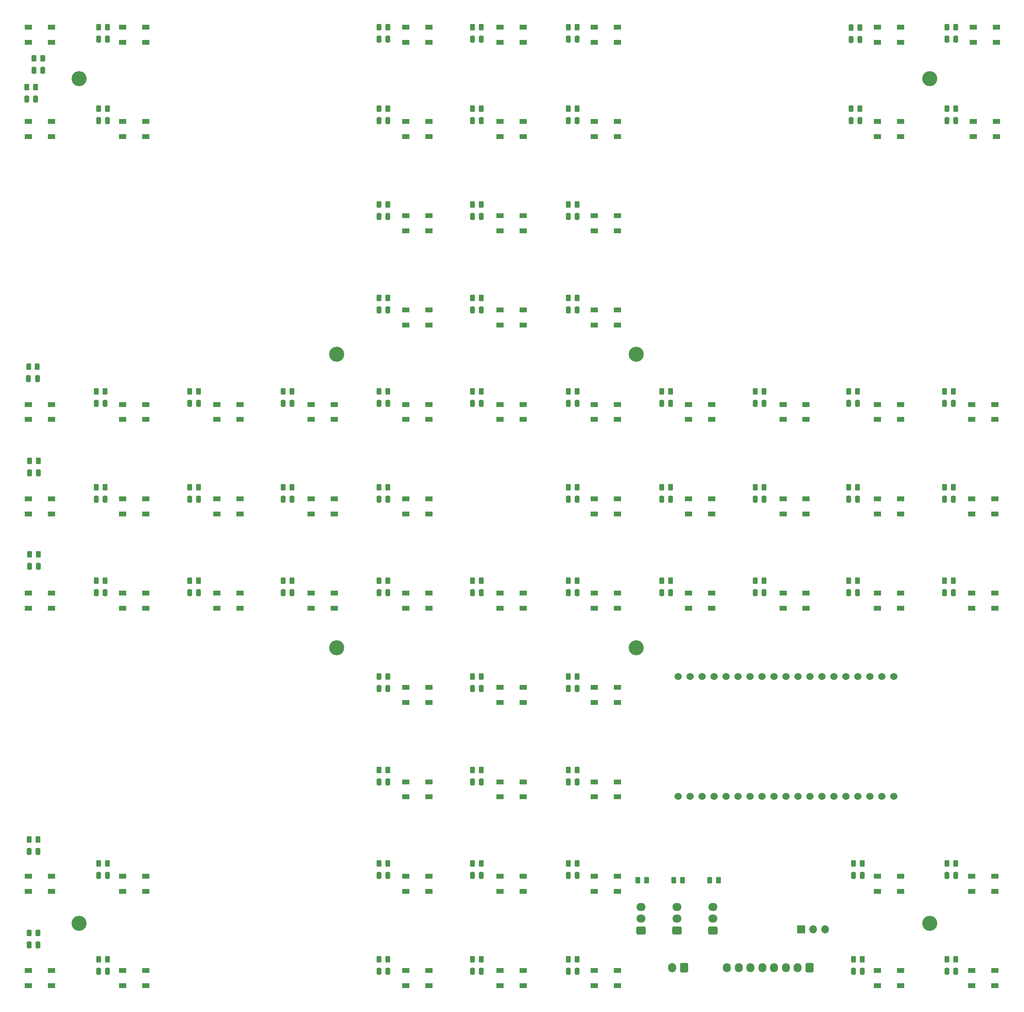
<source format=gbr>
%TF.GenerationSoftware,KiCad,Pcbnew,6.0.7*%
%TF.CreationDate,2022-11-18T13:15:14+01:00*%
%TF.ProjectId,game_board,67616d65-5f62-46f6-9172-642e6b696361,rev?*%
%TF.SameCoordinates,Original*%
%TF.FileFunction,Soldermask,Top*%
%TF.FilePolarity,Negative*%
%FSLAX46Y46*%
G04 Gerber Fmt 4.6, Leading zero omitted, Abs format (unit mm)*
G04 Created by KiCad (PCBNEW 6.0.7) date 2022-11-18 13:15:14*
%MOMM*%
%LPD*%
G01*
G04 APERTURE LIST*
G04 Aperture macros list*
%AMRoundRect*
0 Rectangle with rounded corners*
0 $1 Rounding radius*
0 $2 $3 $4 $5 $6 $7 $8 $9 X,Y pos of 4 corners*
0 Add a 4 corners polygon primitive as box body*
4,1,4,$2,$3,$4,$5,$6,$7,$8,$9,$2,$3,0*
0 Add four circle primitives for the rounded corners*
1,1,$1+$1,$2,$3*
1,1,$1+$1,$4,$5*
1,1,$1+$1,$6,$7*
1,1,$1+$1,$8,$9*
0 Add four rect primitives between the rounded corners*
20,1,$1+$1,$2,$3,$4,$5,0*
20,1,$1+$1,$4,$5,$6,$7,0*
20,1,$1+$1,$6,$7,$8,$9,0*
20,1,$1+$1,$8,$9,$2,$3,0*%
G04 Aperture macros list end*
%ADD10C,3.200000*%
%ADD11RoundRect,0.250000X0.250000X0.475000X-0.250000X0.475000X-0.250000X-0.475000X0.250000X-0.475000X0*%
%ADD12R,1.500000X1.000000*%
%ADD13RoundRect,0.250000X-0.262500X-0.450000X0.262500X-0.450000X0.262500X0.450000X-0.262500X0.450000X0*%
%ADD14RoundRect,0.250000X0.262500X0.450000X-0.262500X0.450000X-0.262500X-0.450000X0.262500X-0.450000X0*%
%ADD15RoundRect,0.250000X0.600000X0.725000X-0.600000X0.725000X-0.600000X-0.725000X0.600000X-0.725000X0*%
%ADD16O,1.700000X1.950000*%
%ADD17C,1.524000*%
%ADD18RoundRect,0.250000X0.600000X0.750000X-0.600000X0.750000X-0.600000X-0.750000X0.600000X-0.750000X0*%
%ADD19O,1.700000X2.000000*%
%ADD20R,1.700000X1.700000*%
%ADD21O,1.700000X1.700000*%
%ADD22RoundRect,0.250000X0.725000X-0.600000X0.725000X0.600000X-0.725000X0.600000X-0.725000X-0.600000X0*%
%ADD23O,1.950000X1.700000*%
G04 APERTURE END LIST*
D10*
%TO.C,REF\u002A\u002A*%
X171450000Y-160020000D03*
%TD*%
%TO.C,REF\u002A\u002A*%
X171450000Y-97790000D03*
%TD*%
%TO.C,REF\u002A\u002A*%
X107950000Y-97790000D03*
%TD*%
%TO.C,REF\u002A\u002A*%
X107950000Y-160020000D03*
%TD*%
%TO.C,REF\u002A\u002A*%
X233680000Y-39370000D03*
%TD*%
%TO.C,REF\u002A\u002A*%
X53340000Y-39370000D03*
%TD*%
%TO.C,REF\u002A\u002A*%
X53340000Y-218440000D03*
%TD*%
%TO.C,REF\u002A\u002A*%
X233680000Y-218440000D03*
%TD*%
D11*
%TO.C,C41*%
X44704000Y-142748000D03*
X42804000Y-142748000D03*
%TD*%
D12*
%TO.C,D31*%
X202550000Y-128400000D03*
X202550000Y-131600000D03*
X207450000Y-131600000D03*
X207450000Y-128400000D03*
%TD*%
D11*
%TO.C,C26*%
X138618000Y-88392000D03*
X136718000Y-88392000D03*
%TD*%
D13*
%TO.C,R63*%
X236831500Y-145796000D03*
X238656500Y-145796000D03*
%TD*%
D12*
%TO.C,D6*%
X62550000Y-48400000D03*
X62550000Y-51600000D03*
X67450000Y-51600000D03*
X67450000Y-48400000D03*
%TD*%
D13*
%TO.C,R16*%
X217527500Y-205740000D03*
X219352500Y-205740000D03*
%TD*%
D12*
%TO.C,D16*%
X222550000Y-208400000D03*
X222550000Y-211600000D03*
X227450000Y-211600000D03*
X227450000Y-208400000D03*
%TD*%
D11*
%TO.C,C18*%
X138618000Y-188468000D03*
X136718000Y-188468000D03*
%TD*%
%TO.C,C49*%
X118806000Y-68580000D03*
X116906000Y-68580000D03*
%TD*%
%TO.C,C59*%
X198562000Y-108204000D03*
X196662000Y-108204000D03*
%TD*%
D13*
%TO.C,R44*%
X56999500Y-105664000D03*
X58824500Y-105664000D03*
%TD*%
D11*
%TO.C,C3*%
X59370000Y-208280000D03*
X57470000Y-208280000D03*
%TD*%
%TO.C,C71*%
X158938000Y-228600000D03*
X157038000Y-228600000D03*
%TD*%
D13*
%TO.C,R68*%
X157075500Y-166116000D03*
X158900500Y-166116000D03*
%TD*%
D11*
%TO.C,C29*%
X158938000Y-128524000D03*
X157038000Y-128524000D03*
%TD*%
%TO.C,C6*%
X59370000Y-48260000D03*
X57470000Y-48260000D03*
%TD*%
D13*
%TO.C,R45*%
X76811500Y-105664000D03*
X78636500Y-105664000D03*
%TD*%
D12*
%TO.C,D63*%
X242550000Y-148400000D03*
X242550000Y-151600000D03*
X247450000Y-151600000D03*
X247450000Y-148400000D03*
%TD*%
D11*
%TO.C,C47*%
X118806000Y-108204000D03*
X116906000Y-108204000D03*
%TD*%
D12*
%TO.C,D23*%
X82550000Y-128400000D03*
X82550000Y-131600000D03*
X87450000Y-131600000D03*
X87450000Y-128400000D03*
%TD*%
D11*
%TO.C,C31*%
X198562000Y-128524000D03*
X196662000Y-128524000D03*
%TD*%
D12*
%TO.C,D4*%
X42550000Y-208400000D03*
X42550000Y-211600000D03*
X47450000Y-211600000D03*
X47450000Y-208400000D03*
%TD*%
D13*
%TO.C,R57*%
X157075500Y-105664000D03*
X158900500Y-105664000D03*
%TD*%
D12*
%TO.C,D47*%
X122550000Y-108400000D03*
X122550000Y-111600000D03*
X127450000Y-111600000D03*
X127450000Y-108400000D03*
%TD*%
%TO.C,D41*%
X42550000Y-148400000D03*
X42550000Y-151600000D03*
X47450000Y-151600000D03*
X47450000Y-148400000D03*
%TD*%
D13*
%TO.C,R47*%
X116943500Y-105664000D03*
X118768500Y-105664000D03*
%TD*%
%TO.C,R29*%
X157075500Y-125984000D03*
X158900500Y-125984000D03*
%TD*%
D11*
%TO.C,C57*%
X158938000Y-108204000D03*
X157038000Y-108204000D03*
%TD*%
D12*
%TO.C,D42*%
X42550000Y-128400000D03*
X42550000Y-131600000D03*
X47450000Y-131600000D03*
X47450000Y-128400000D03*
%TD*%
D11*
%TO.C,C12*%
X218882000Y-48260000D03*
X216982000Y-48260000D03*
%TD*%
D12*
%TO.C,D10*%
X242870000Y-28400000D03*
X242870000Y-31600000D03*
X247770000Y-31600000D03*
X247770000Y-28400000D03*
%TD*%
%TO.C,D72*%
X142550000Y-228400000D03*
X142550000Y-231600000D03*
X147450000Y-231600000D03*
X147450000Y-228400000D03*
%TD*%
D13*
%TO.C,R17*%
X136755500Y-205740000D03*
X138580500Y-205740000D03*
%TD*%
%TO.C,R52*%
X136755500Y-28448000D03*
X138580500Y-28448000D03*
%TD*%
%TO.C,R70*%
X157075500Y-205740000D03*
X158900500Y-205740000D03*
%TD*%
D12*
%TO.C,D39*%
X82550000Y-148400000D03*
X82550000Y-151600000D03*
X87450000Y-151600000D03*
X87450000Y-148400000D03*
%TD*%
D11*
%TO.C,C67*%
X158938000Y-148336000D03*
X157038000Y-148336000D03*
%TD*%
D13*
%TO.C,R51*%
X116943500Y-28448000D03*
X118768500Y-28448000D03*
%TD*%
%TO.C,R38*%
X96623500Y-145796000D03*
X98448500Y-145796000D03*
%TD*%
D14*
%TO.C,R75*%
X173632500Y-209296000D03*
X171807500Y-209296000D03*
%TD*%
D12*
%TO.C,D53*%
X162550000Y-28400000D03*
X162550000Y-31600000D03*
X167450000Y-31600000D03*
X167450000Y-28400000D03*
%TD*%
%TO.C,D5*%
X42550000Y-48400000D03*
X42550000Y-51600000D03*
X47450000Y-51600000D03*
X47450000Y-48400000D03*
%TD*%
%TO.C,D21*%
X122550000Y-128400000D03*
X122550000Y-131600000D03*
X127450000Y-131600000D03*
X127450000Y-128400000D03*
%TD*%
%TO.C,D27*%
X142550000Y-68400000D03*
X142550000Y-71600000D03*
X147450000Y-71600000D03*
X147450000Y-68400000D03*
%TD*%
%TO.C,D38*%
X102550000Y-148400000D03*
X102550000Y-151600000D03*
X107450000Y-151600000D03*
X107450000Y-148400000D03*
%TD*%
D13*
%TO.C,R62*%
X236831500Y-125984000D03*
X238656500Y-125984000D03*
%TD*%
D11*
%TO.C,C8*%
X45654000Y-37592000D03*
X43754000Y-37592000D03*
%TD*%
D12*
%TO.C,D59*%
X202550000Y-108400000D03*
X202550000Y-111600000D03*
X207450000Y-111600000D03*
X207450000Y-108400000D03*
%TD*%
%TO.C,D49*%
X122550000Y-68400000D03*
X122550000Y-71600000D03*
X127450000Y-71600000D03*
X127450000Y-68400000D03*
%TD*%
D11*
%TO.C,C64*%
X218374000Y-148336000D03*
X216474000Y-148336000D03*
%TD*%
D12*
%TO.C,D12*%
X222550000Y-48400000D03*
X222550000Y-51600000D03*
X227450000Y-51600000D03*
X227450000Y-48400000D03*
%TD*%
D13*
%TO.C,R60*%
X216511500Y-105664000D03*
X218336500Y-105664000D03*
%TD*%
D12*
%TO.C,D32*%
X222550000Y-128400000D03*
X222550000Y-131600000D03*
X227450000Y-131600000D03*
X227450000Y-128400000D03*
%TD*%
D13*
%TO.C,R14*%
X237339500Y-226060000D03*
X239164500Y-226060000D03*
%TD*%
D12*
%TO.C,D8*%
X42550000Y-28400000D03*
X42550000Y-31600000D03*
X47450000Y-31600000D03*
X47450000Y-28400000D03*
%TD*%
%TO.C,D18*%
X142550000Y-188400000D03*
X142550000Y-191600000D03*
X147450000Y-191600000D03*
X147450000Y-188400000D03*
%TD*%
D13*
%TO.C,R54*%
X157075500Y-45720000D03*
X158900500Y-45720000D03*
%TD*%
D12*
%TO.C,D11*%
X242870000Y-48400000D03*
X242870000Y-51600000D03*
X247770000Y-51600000D03*
X247770000Y-48400000D03*
%TD*%
D11*
%TO.C,C7*%
X59370000Y-30988000D03*
X57470000Y-30988000D03*
%TD*%
D12*
%TO.C,D33*%
X122550000Y-228400000D03*
X122550000Y-231600000D03*
X127450000Y-231600000D03*
X127450000Y-228400000D03*
%TD*%
D13*
%TO.C,R37*%
X116943500Y-145796000D03*
X118768500Y-145796000D03*
%TD*%
D12*
%TO.C,D54*%
X162550000Y-48400000D03*
X162550000Y-51600000D03*
X167450000Y-51600000D03*
X167450000Y-48400000D03*
%TD*%
D13*
%TO.C,R48*%
X116943500Y-85852000D03*
X118768500Y-85852000D03*
%TD*%
%TO.C,R10*%
X237339500Y-28448000D03*
X239164500Y-28448000D03*
%TD*%
%TO.C,R23*%
X76811500Y-125984000D03*
X78636500Y-125984000D03*
%TD*%
D12*
%TO.C,D48*%
X122550000Y-88400000D03*
X122550000Y-91600000D03*
X127450000Y-91600000D03*
X127450000Y-88400000D03*
%TD*%
D11*
%TO.C,C13*%
X239202000Y-208280000D03*
X237302000Y-208280000D03*
%TD*%
%TO.C,C21*%
X118806000Y-128524000D03*
X116906000Y-128524000D03*
%TD*%
%TO.C,C52*%
X138618000Y-30988000D03*
X136718000Y-30988000D03*
%TD*%
D13*
%TO.C,R5*%
X42267500Y-41148000D03*
X44092500Y-41148000D03*
%TD*%
%TO.C,R42*%
X42841500Y-120396000D03*
X44666500Y-120396000D03*
%TD*%
D12*
%TO.C,D65*%
X202550000Y-148400000D03*
X202550000Y-151600000D03*
X207450000Y-151600000D03*
X207450000Y-148400000D03*
%TD*%
D13*
%TO.C,R43*%
X42645500Y-100388000D03*
X44470500Y-100388000D03*
%TD*%
%TO.C,R31*%
X196699500Y-125984000D03*
X198524500Y-125984000D03*
%TD*%
D11*
%TO.C,C19*%
X138618000Y-168656000D03*
X136718000Y-168656000D03*
%TD*%
%TO.C,C1*%
X44638000Y-223012000D03*
X42738000Y-223012000D03*
%TD*%
%TO.C,C68*%
X158938000Y-168656000D03*
X157038000Y-168656000D03*
%TD*%
%TO.C,C14*%
X239202000Y-228600000D03*
X237302000Y-228600000D03*
%TD*%
D12*
%TO.C,D56*%
X162550000Y-88400000D03*
X162550000Y-91600000D03*
X167450000Y-91600000D03*
X167450000Y-88400000D03*
%TD*%
D11*
%TO.C,C45*%
X78674000Y-108204000D03*
X76774000Y-108204000D03*
%TD*%
D12*
%TO.C,D45*%
X82550000Y-108400000D03*
X82550000Y-111600000D03*
X87450000Y-111600000D03*
X87450000Y-108400000D03*
%TD*%
D11*
%TO.C,C69*%
X158938000Y-188468000D03*
X157038000Y-188468000D03*
%TD*%
D13*
%TO.C,R19*%
X136755500Y-166116000D03*
X138580500Y-166116000D03*
%TD*%
%TO.C,R4*%
X42775500Y-200660000D03*
X44600500Y-200660000D03*
%TD*%
D11*
%TO.C,C35*%
X118806000Y-188468000D03*
X116906000Y-188468000D03*
%TD*%
D13*
%TO.C,R27*%
X136755500Y-66040000D03*
X138580500Y-66040000D03*
%TD*%
%TO.C,R25*%
X136755500Y-105664000D03*
X138580500Y-105664000D03*
%TD*%
D11*
%TO.C,C27*%
X138618000Y-68580000D03*
X136718000Y-68580000D03*
%TD*%
D12*
%TO.C,D37*%
X122550000Y-148400000D03*
X122550000Y-151600000D03*
X127450000Y-151600000D03*
X127450000Y-148400000D03*
%TD*%
D13*
%TO.C,R40*%
X56999500Y-145796000D03*
X58824500Y-145796000D03*
%TD*%
%TO.C,R34*%
X116943500Y-205740000D03*
X118768500Y-205740000D03*
%TD*%
%TO.C,R61*%
X236831500Y-105664000D03*
X238656500Y-105664000D03*
%TD*%
%TO.C,R24*%
X56999500Y-125984000D03*
X58824500Y-125984000D03*
%TD*%
D12*
%TO.C,D15*%
X222550000Y-228400000D03*
X222550000Y-231600000D03*
X227450000Y-231600000D03*
X227450000Y-228400000D03*
%TD*%
D11*
%TO.C,C34*%
X118806000Y-208280000D03*
X116906000Y-208280000D03*
%TD*%
%TO.C,C10*%
X239202000Y-30988000D03*
X237302000Y-30988000D03*
%TD*%
D12*
%TO.C,D66*%
X182550000Y-148400000D03*
X182550000Y-151600000D03*
X187450000Y-151600000D03*
X187450000Y-148400000D03*
%TD*%
%TO.C,D20*%
X142550000Y-148400000D03*
X142550000Y-151600000D03*
X147450000Y-151600000D03*
X147450000Y-148400000D03*
%TD*%
D11*
%TO.C,C55*%
X158938000Y-68580000D03*
X157038000Y-68580000D03*
%TD*%
D13*
%TO.C,R6*%
X57507500Y-45720000D03*
X59332500Y-45720000D03*
%TD*%
D11*
%TO.C,C66*%
X178750000Y-148336000D03*
X176850000Y-148336000D03*
%TD*%
D13*
%TO.C,R49*%
X116943500Y-66040000D03*
X118768500Y-66040000D03*
%TD*%
%TO.C,R55*%
X157075500Y-66040000D03*
X158900500Y-66040000D03*
%TD*%
%TO.C,R26*%
X136755500Y-85852000D03*
X138580500Y-85852000D03*
%TD*%
D11*
%TO.C,C72*%
X138618000Y-228600000D03*
X136718000Y-228600000D03*
%TD*%
D12*
%TO.C,D17*%
X142550000Y-208400000D03*
X142550000Y-211600000D03*
X147450000Y-211600000D03*
X147450000Y-208400000D03*
%TD*%
D11*
%TO.C,C44*%
X58862000Y-108204000D03*
X56962000Y-108204000D03*
%TD*%
%TO.C,C22*%
X98486000Y-128524000D03*
X96586000Y-128524000D03*
%TD*%
D13*
%TO.C,R8*%
X43791500Y-35052000D03*
X45616500Y-35052000D03*
%TD*%
D11*
%TO.C,C5*%
X44130000Y-43688000D03*
X42230000Y-43688000D03*
%TD*%
D12*
%TO.C,D51*%
X122550000Y-28400000D03*
X122550000Y-31600000D03*
X127450000Y-31600000D03*
X127450000Y-28400000D03*
%TD*%
%TO.C,D62*%
X242550000Y-128400000D03*
X242550000Y-131600000D03*
X247450000Y-131600000D03*
X247450000Y-128400000D03*
%TD*%
D14*
%TO.C,R74*%
X181252500Y-209296000D03*
X179427500Y-209296000D03*
%TD*%
D12*
%TO.C,D71*%
X162550000Y-228400000D03*
X162550000Y-231600000D03*
X167450000Y-231600000D03*
X167450000Y-228400000D03*
%TD*%
D13*
%TO.C,R2*%
X57507500Y-226060000D03*
X59332500Y-226060000D03*
%TD*%
%TO.C,R12*%
X217019500Y-45720000D03*
X218844500Y-45720000D03*
%TD*%
D12*
%TO.C,D9*%
X222550000Y-28400000D03*
X222550000Y-31600000D03*
X227450000Y-31600000D03*
X227450000Y-28400000D03*
%TD*%
D11*
%TO.C,C11*%
X239202000Y-48260000D03*
X237302000Y-48260000D03*
%TD*%
%TO.C,C60*%
X218374000Y-108204000D03*
X216474000Y-108204000D03*
%TD*%
D13*
%TO.C,R13*%
X237339500Y-205740000D03*
X239164500Y-205740000D03*
%TD*%
D12*
%TO.C,D1*%
X42550000Y-228400000D03*
X42550000Y-231600000D03*
X47450000Y-231600000D03*
X47450000Y-228400000D03*
%TD*%
D11*
%TO.C,C23*%
X78674000Y-128524000D03*
X76774000Y-128524000D03*
%TD*%
%TO.C,C28*%
X138618000Y-48260000D03*
X136718000Y-48260000D03*
%TD*%
D13*
%TO.C,R35*%
X116943500Y-185928000D03*
X118768500Y-185928000D03*
%TD*%
D14*
%TO.C,R73*%
X188872500Y-209296000D03*
X187047500Y-209296000D03*
%TD*%
D13*
%TO.C,R65*%
X196699500Y-145796000D03*
X198524500Y-145796000D03*
%TD*%
D11*
%TO.C,C38*%
X98486000Y-148336000D03*
X96586000Y-148336000D03*
%TD*%
%TO.C,C61*%
X238694000Y-108204000D03*
X236794000Y-108204000D03*
%TD*%
%TO.C,C30*%
X178750000Y-128524000D03*
X176850000Y-128524000D03*
%TD*%
D13*
%TO.C,R18*%
X136755500Y-185928000D03*
X138580500Y-185928000D03*
%TD*%
D12*
%TO.C,D60*%
X222550000Y-108400000D03*
X222550000Y-111600000D03*
X227450000Y-111600000D03*
X227450000Y-108400000D03*
%TD*%
D11*
%TO.C,C9*%
X218882000Y-31036000D03*
X216982000Y-31036000D03*
%TD*%
D13*
%TO.C,R32*%
X216511500Y-125984000D03*
X218336500Y-125984000D03*
%TD*%
D12*
%TO.C,D58*%
X182550000Y-108400000D03*
X182550000Y-111600000D03*
X187450000Y-111600000D03*
X187450000Y-108400000D03*
%TD*%
%TO.C,D43*%
X42550000Y-108400000D03*
X42550000Y-111600000D03*
X47450000Y-111600000D03*
X47450000Y-108400000D03*
%TD*%
D11*
%TO.C,C58*%
X178750000Y-108204000D03*
X176850000Y-108204000D03*
%TD*%
D13*
%TO.C,R15*%
X217527500Y-226060000D03*
X219352500Y-226060000D03*
%TD*%
D11*
%TO.C,C16*%
X219390000Y-208280000D03*
X217490000Y-208280000D03*
%TD*%
D12*
%TO.C,D3*%
X62550000Y-208400000D03*
X62550000Y-211600000D03*
X67450000Y-211600000D03*
X67450000Y-208400000D03*
%TD*%
D11*
%TO.C,C53*%
X158938000Y-30988000D03*
X157038000Y-30988000D03*
%TD*%
D12*
%TO.C,D61*%
X242550000Y-108400000D03*
X242550000Y-111600000D03*
X247450000Y-111600000D03*
X247450000Y-108400000D03*
%TD*%
D13*
%TO.C,R67*%
X157075500Y-145796000D03*
X158900500Y-145796000D03*
%TD*%
D11*
%TO.C,C48*%
X118806000Y-88392000D03*
X116906000Y-88392000D03*
%TD*%
D12*
%TO.C,D69*%
X162550000Y-188400000D03*
X162550000Y-191600000D03*
X167450000Y-191600000D03*
X167450000Y-188400000D03*
%TD*%
D11*
%TO.C,C40*%
X58862000Y-148336000D03*
X56962000Y-148336000D03*
%TD*%
D12*
%TO.C,D14*%
X242550000Y-228400000D03*
X242550000Y-231600000D03*
X247450000Y-231600000D03*
X247450000Y-228400000D03*
%TD*%
D13*
%TO.C,R1*%
X42775500Y-220472000D03*
X44600500Y-220472000D03*
%TD*%
%TO.C,R64*%
X216511500Y-145796000D03*
X218336500Y-145796000D03*
%TD*%
D11*
%TO.C,C50*%
X118806000Y-48260000D03*
X116906000Y-48260000D03*
%TD*%
D12*
%TO.C,D40*%
X62550000Y-148400000D03*
X62550000Y-151600000D03*
X67450000Y-151600000D03*
X67450000Y-148400000D03*
%TD*%
D13*
%TO.C,R28*%
X136755500Y-45720000D03*
X138580500Y-45720000D03*
%TD*%
D11*
%TO.C,C56*%
X158938000Y-88392000D03*
X157038000Y-88392000D03*
%TD*%
%TO.C,C25*%
X138618000Y-108204000D03*
X136718000Y-108204000D03*
%TD*%
D13*
%TO.C,R59*%
X196699500Y-105664000D03*
X198524500Y-105664000D03*
%TD*%
D11*
%TO.C,C2*%
X59370000Y-228600000D03*
X57470000Y-228600000D03*
%TD*%
D12*
%TO.C,D25*%
X142550000Y-108400000D03*
X142550000Y-111600000D03*
X147450000Y-111600000D03*
X147450000Y-108400000D03*
%TD*%
D13*
%TO.C,R33*%
X116943500Y-226060000D03*
X118768500Y-226060000D03*
%TD*%
%TO.C,R7*%
X57507500Y-28448000D03*
X59332500Y-28448000D03*
%TD*%
%TO.C,R20*%
X136755500Y-145796000D03*
X138580500Y-145796000D03*
%TD*%
D11*
%TO.C,C15*%
X219390000Y-228600000D03*
X217490000Y-228600000D03*
%TD*%
D12*
%TO.C,D55*%
X162550000Y-68400000D03*
X162550000Y-71600000D03*
X167450000Y-71600000D03*
X167450000Y-68400000D03*
%TD*%
%TO.C,D29*%
X162550000Y-128400000D03*
X162550000Y-131600000D03*
X167450000Y-131600000D03*
X167450000Y-128400000D03*
%TD*%
D13*
%TO.C,R41*%
X42841500Y-140208000D03*
X44666500Y-140208000D03*
%TD*%
D12*
%TO.C,D70*%
X162550000Y-208400000D03*
X162550000Y-211600000D03*
X167450000Y-211600000D03*
X167450000Y-208400000D03*
%TD*%
D13*
%TO.C,R39*%
X76811500Y-145796000D03*
X78636500Y-145796000D03*
%TD*%
D11*
%TO.C,C54*%
X158938000Y-48260000D03*
X157038000Y-48260000D03*
%TD*%
%TO.C,C65*%
X198562000Y-148336000D03*
X196662000Y-148336000D03*
%TD*%
D12*
%TO.C,D34*%
X122550000Y-208400000D03*
X122550000Y-211600000D03*
X127450000Y-211600000D03*
X127450000Y-208400000D03*
%TD*%
D13*
%TO.C,R69*%
X157075500Y-185928000D03*
X158900500Y-185928000D03*
%TD*%
D12*
%TO.C,D35*%
X122550000Y-188400000D03*
X122550000Y-191600000D03*
X127450000Y-191600000D03*
X127450000Y-188400000D03*
%TD*%
D13*
%TO.C,R56*%
X157075500Y-85852000D03*
X158900500Y-85852000D03*
%TD*%
%TO.C,R53*%
X157075500Y-28448000D03*
X158900500Y-28448000D03*
%TD*%
%TO.C,R71*%
X157075500Y-226060000D03*
X158900500Y-226060000D03*
%TD*%
D11*
%TO.C,C37*%
X118806000Y-148336000D03*
X116906000Y-148336000D03*
%TD*%
%TO.C,C20*%
X138618000Y-148336000D03*
X136718000Y-148336000D03*
%TD*%
D13*
%TO.C,R36*%
X116943500Y-166116000D03*
X118768500Y-166116000D03*
%TD*%
%TO.C,R58*%
X176887500Y-105664000D03*
X178712500Y-105664000D03*
%TD*%
D12*
%TO.C,D28*%
X142550000Y-48400000D03*
X142550000Y-51600000D03*
X147450000Y-51600000D03*
X147450000Y-48400000D03*
%TD*%
D11*
%TO.C,C70*%
X158938000Y-208280000D03*
X157038000Y-208280000D03*
%TD*%
%TO.C,C46*%
X98486000Y-108204000D03*
X96586000Y-108204000D03*
%TD*%
D13*
%TO.C,R22*%
X96623500Y-125984000D03*
X98448500Y-125984000D03*
%TD*%
D11*
%TO.C,C33*%
X118806000Y-228600000D03*
X116906000Y-228600000D03*
%TD*%
%TO.C,C4*%
X44638000Y-203200000D03*
X42738000Y-203200000D03*
%TD*%
D13*
%TO.C,R11*%
X237339500Y-45720000D03*
X239164500Y-45720000D03*
%TD*%
%TO.C,R3*%
X57507500Y-205740000D03*
X59332500Y-205740000D03*
%TD*%
D12*
%TO.C,D68*%
X162550000Y-168400000D03*
X162550000Y-171600000D03*
X167450000Y-171600000D03*
X167450000Y-168400000D03*
%TD*%
D11*
%TO.C,C43*%
X44508000Y-102928000D03*
X42608000Y-102928000D03*
%TD*%
D12*
%TO.C,D26*%
X142550000Y-88400000D03*
X142550000Y-91600000D03*
X147450000Y-91600000D03*
X147450000Y-88400000D03*
%TD*%
%TO.C,D64*%
X222550000Y-148400000D03*
X222550000Y-151600000D03*
X227450000Y-151600000D03*
X227450000Y-148400000D03*
%TD*%
%TO.C,D22*%
X102550000Y-128400000D03*
X102550000Y-131600000D03*
X107450000Y-131600000D03*
X107450000Y-128400000D03*
%TD*%
D13*
%TO.C,R30*%
X176887500Y-125984000D03*
X178712500Y-125984000D03*
%TD*%
D11*
%TO.C,C62*%
X238694000Y-128524000D03*
X236794000Y-128524000D03*
%TD*%
%TO.C,C63*%
X238694000Y-148336000D03*
X236794000Y-148336000D03*
%TD*%
D12*
%TO.C,D30*%
X182550000Y-128400000D03*
X182550000Y-131600000D03*
X187450000Y-131600000D03*
X187450000Y-128400000D03*
%TD*%
%TO.C,D19*%
X142550000Y-168400000D03*
X142550000Y-171600000D03*
X147450000Y-171600000D03*
X147450000Y-168400000D03*
%TD*%
%TO.C,D50*%
X122550000Y-48400000D03*
X122550000Y-51600000D03*
X127450000Y-51600000D03*
X127450000Y-48400000D03*
%TD*%
%TO.C,D7*%
X62550000Y-28400000D03*
X62550000Y-31600000D03*
X67450000Y-31600000D03*
X67450000Y-28400000D03*
%TD*%
%TO.C,D44*%
X62550000Y-108400000D03*
X62550000Y-111600000D03*
X67450000Y-111600000D03*
X67450000Y-108400000D03*
%TD*%
D13*
%TO.C,R72*%
X136755500Y-226060000D03*
X138580500Y-226060000D03*
%TD*%
%TO.C,R21*%
X116943500Y-125984000D03*
X118768500Y-125984000D03*
%TD*%
D12*
%TO.C,D57*%
X162550000Y-108400000D03*
X162550000Y-111600000D03*
X167450000Y-111600000D03*
X167450000Y-108400000D03*
%TD*%
%TO.C,D13*%
X242550000Y-208400000D03*
X242550000Y-211600000D03*
X247450000Y-211600000D03*
X247450000Y-208400000D03*
%TD*%
%TO.C,D52*%
X142550000Y-28400000D03*
X142550000Y-31600000D03*
X147450000Y-31600000D03*
X147450000Y-28400000D03*
%TD*%
%TO.C,D36*%
X122550000Y-168400000D03*
X122550000Y-171600000D03*
X127450000Y-171600000D03*
X127450000Y-168400000D03*
%TD*%
D11*
%TO.C,C32*%
X218374000Y-128524000D03*
X216474000Y-128524000D03*
%TD*%
D12*
%TO.C,D46*%
X102550000Y-108400000D03*
X102550000Y-111600000D03*
X107450000Y-111600000D03*
X107450000Y-108400000D03*
%TD*%
D11*
%TO.C,C39*%
X78674000Y-148336000D03*
X76774000Y-148336000D03*
%TD*%
%TO.C,C24*%
X58862000Y-128524000D03*
X56962000Y-128524000D03*
%TD*%
%TO.C,C42*%
X44704000Y-122936000D03*
X42804000Y-122936000D03*
%TD*%
%TO.C,C17*%
X138618000Y-208280000D03*
X136718000Y-208280000D03*
%TD*%
D12*
%TO.C,D67*%
X162550000Y-148400000D03*
X162550000Y-151600000D03*
X167450000Y-151600000D03*
X167450000Y-148400000D03*
%TD*%
%TO.C,D2*%
X62550000Y-228400000D03*
X62550000Y-231600000D03*
X67450000Y-231600000D03*
X67450000Y-228400000D03*
%TD*%
%TO.C,D24*%
X62550000Y-128400000D03*
X62550000Y-131600000D03*
X67450000Y-131600000D03*
X67450000Y-128400000D03*
%TD*%
D13*
%TO.C,R46*%
X96623500Y-105664000D03*
X98448500Y-105664000D03*
%TD*%
%TO.C,R66*%
X176887500Y-145796000D03*
X178712500Y-145796000D03*
%TD*%
%TO.C,R50*%
X116943500Y-45720000D03*
X118768500Y-45720000D03*
%TD*%
%TO.C,R9*%
X217019500Y-28496000D03*
X218844500Y-28496000D03*
%TD*%
D11*
%TO.C,C51*%
X118806000Y-30988000D03*
X116906000Y-30988000D03*
%TD*%
%TO.C,C36*%
X118806000Y-168656000D03*
X116906000Y-168656000D03*
%TD*%
D15*
%TO.C,J2*%
X208160000Y-227792000D03*
D16*
X205660000Y-227792000D03*
X203160000Y-227792000D03*
X200660000Y-227792000D03*
X198160000Y-227792000D03*
X195660000Y-227792000D03*
X193160000Y-227792000D03*
X190660000Y-227792000D03*
%TD*%
D17*
%TO.C,U1*%
X180340000Y-166116000D03*
X182880000Y-166116000D03*
X185420000Y-166116000D03*
X187960000Y-166116000D03*
X190500000Y-166116000D03*
X193040000Y-166116000D03*
X195580000Y-166116000D03*
X198120000Y-166116000D03*
X200660000Y-166116000D03*
X203200000Y-166116000D03*
X205740000Y-166116000D03*
X208280000Y-166116000D03*
X210820000Y-166116000D03*
X213360000Y-166116000D03*
X215900000Y-166116000D03*
X218440000Y-166116000D03*
X220980000Y-166116000D03*
X223520000Y-166116000D03*
X226060000Y-166116000D03*
X226060000Y-191516000D03*
X223520000Y-191516000D03*
X220980000Y-191516000D03*
X218440000Y-191516000D03*
X215900000Y-191516000D03*
X213360000Y-191516000D03*
X210820000Y-191516000D03*
X208280000Y-191516000D03*
X205740000Y-191516000D03*
X203200000Y-191516000D03*
X200660000Y-191516000D03*
X198120000Y-191516000D03*
X195580000Y-191516000D03*
X193040000Y-191516000D03*
X190500000Y-191516000D03*
X187960000Y-191516000D03*
X185420000Y-191516000D03*
X182880000Y-191516000D03*
X180340000Y-191516000D03*
%TD*%
D18*
%TO.C,J1*%
X181590000Y-227792000D03*
D19*
X179090000Y-227792000D03*
%TD*%
D20*
%TO.C,J3*%
X206408000Y-219710000D03*
D21*
X208948000Y-219710000D03*
X211488000Y-219710000D03*
%TD*%
D22*
%TO.C,J5*%
X180040000Y-219924000D03*
D23*
X180040000Y-217424000D03*
X180040000Y-214924000D03*
%TD*%
D22*
%TO.C,J4*%
X187660000Y-219924000D03*
D23*
X187660000Y-217424000D03*
X187660000Y-214924000D03*
%TD*%
D22*
%TO.C,J6*%
X172420000Y-219924000D03*
D23*
X172420000Y-217424000D03*
X172420000Y-214924000D03*
%TD*%
M02*

</source>
